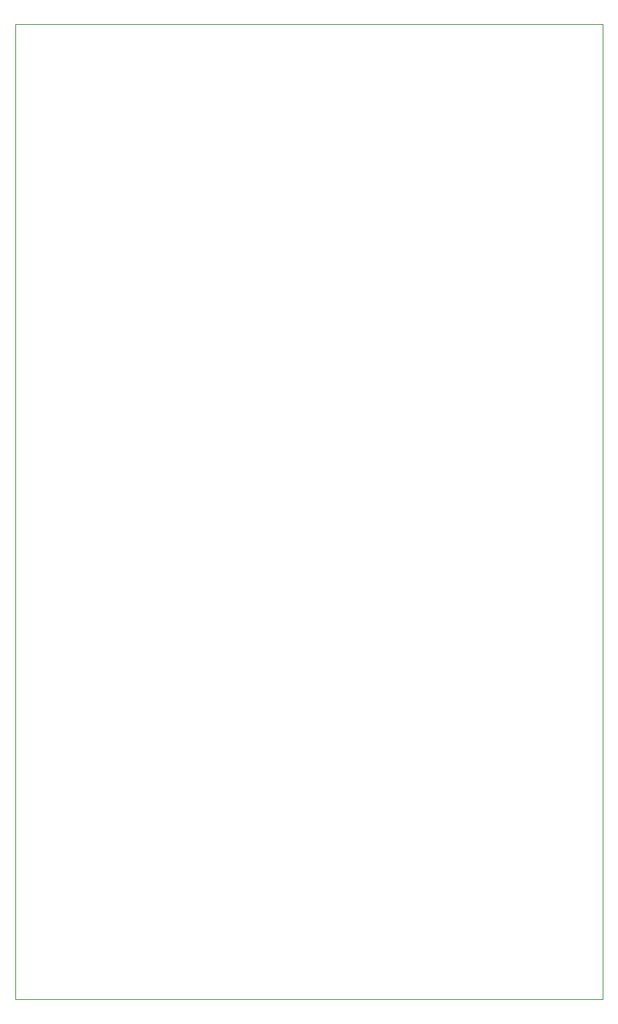
<source format=gbr>
%TF.GenerationSoftware,KiCad,Pcbnew,(6.0.2)*%
%TF.CreationDate,2022-10-25T13:29:22-07:00*%
%TF.ProjectId,cwaz_lpf,6377617a-5f6c-4706-962e-6b696361645f,rev?*%
%TF.SameCoordinates,Original*%
%TF.FileFunction,Profile,NP*%
%FSLAX46Y46*%
G04 Gerber Fmt 4.6, Leading zero omitted, Abs format (unit mm)*
G04 Created by KiCad (PCBNEW (6.0.2)) date 2022-10-25 13:29:22*
%MOMM*%
%LPD*%
G01*
G04 APERTURE LIST*
%TA.AperFunction,Profile*%
%ADD10C,0.100000*%
%TD*%
G04 APERTURE END LIST*
D10*
X79100000Y-40000000D02*
X147300000Y-40000000D01*
X147300000Y-40000000D02*
X147300000Y-153000000D01*
X147300000Y-153000000D02*
X79100000Y-153000000D01*
X79100000Y-153000000D02*
X79100000Y-40000000D01*
M02*

</source>
